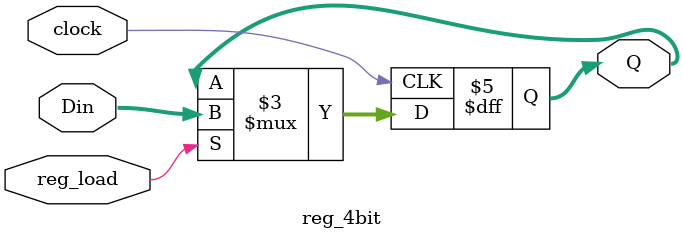
<source format=v>
`timescale 1ns / 1ps

module reg_4bit (Q,Din,reg_load,clock);

input clock,reg_load;
input [3:0] Din;
output [3:0] Q;
reg [3:0]Q;
always @ (posedge clock)
begin
if(reg_load==1'b1)Q <= Din;
end
endmodule

</source>
